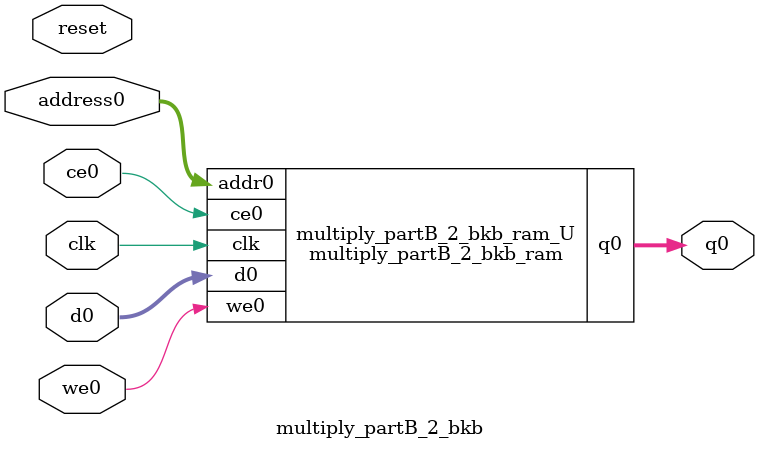
<source format=v>
`timescale 1 ns / 1 ps
module multiply_partB_2_bkb_ram (addr0, ce0, d0, we0, q0,  clk);

parameter DWIDTH = 32;
parameter AWIDTH = 14;
parameter MEM_SIZE = 10000;

input[AWIDTH-1:0] addr0;
input ce0;
input[DWIDTH-1:0] d0;
input we0;
output reg[DWIDTH-1:0] q0;
input clk;

(* ram_style = "block" *)reg [DWIDTH-1:0] ram[0:MEM_SIZE-1];




always @(posedge clk)  
begin 
    if (ce0) 
    begin
        if (we0) 
        begin 
            ram[addr0] <= d0; 
        end 
        q0 <= ram[addr0];
    end
end


endmodule

`timescale 1 ns / 1 ps
module multiply_partB_2_bkb(
    reset,
    clk,
    address0,
    ce0,
    we0,
    d0,
    q0);

parameter DataWidth = 32'd32;
parameter AddressRange = 32'd10000;
parameter AddressWidth = 32'd14;
input reset;
input clk;
input[AddressWidth - 1:0] address0;
input ce0;
input we0;
input[DataWidth - 1:0] d0;
output[DataWidth - 1:0] q0;



multiply_partB_2_bkb_ram multiply_partB_2_bkb_ram_U(
    .clk( clk ),
    .addr0( address0 ),
    .ce0( ce0 ),
    .we0( we0 ),
    .d0( d0 ),
    .q0( q0 ));

endmodule


</source>
